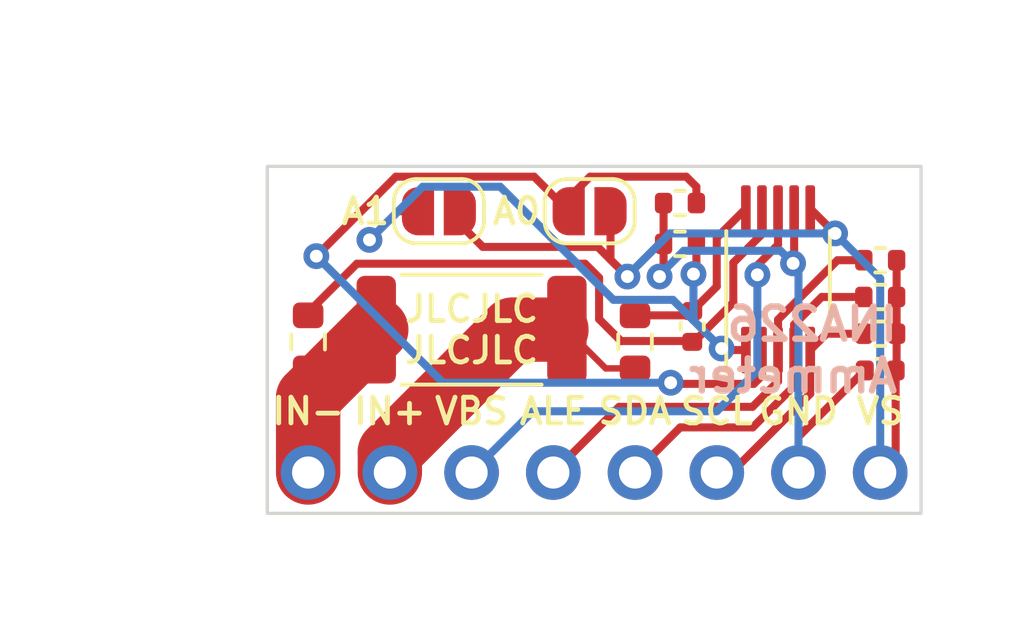
<source format=kicad_pcb>
(kicad_pcb (version 20221018) (generator pcbnew)
  (title_block (title "Ammeter"))
  (layers (0 "F.Cu" signal) (31 "B.Cu" signal) (34 "B.Paste" user) (35 "F.Paste" user) (36 "B.SilkS" user "B.Silkscreen") (37 "F.SilkS" user "F.Silkscreen") (38 "B.Mask" user) (39 "F.Mask" user) (44 "Edge.Cuts" user))
  (net 0 "")
  (net 1 "GND")
  (net 2 "Net-(U1-Vin+)")
  (net 3 "Net-(U1-Vin-)")
  (net 4 "Net-(JP1-A)")
  (net 5 "Net-(JP2-A)")
  (net 6 "SDA")
  (net 7 "SCL")
  (net 8 "ALERT")
  (net 9 "VBUS")
  (net 10 "VS")
  (net 11 "VIN+")
  (net 12 "VIN-")
  (footprint "Jumper:SolderJumper-2_P1.3mm_Open_RoundedPad1.0x1.5mm" (layer "F.Cu") (at 151.384 92.202)
    (fp_text reference "JP1" hide)
    (fp_text value "Jumper_2_Open")
    (fp_line (start -1.4 0.3) (end -1.4 -0.3) (stroke (width 0.12)) (layer "F.SilkS"))
    (fp_line (start -0.7 -1) (end 0.7 -1) (stroke (width 0.12)) (layer "F.SilkS"))
    (fp_line (start 0.7 1) (end -0.7 1) (stroke (width 0.12)) (layer "F.SilkS"))
    (fp_line (start 1.4 -0.3) (end 1.4 0.3) (stroke (width 0.12)) (layer "F.SilkS"))
    (fp_arc (start -1.4 -0.3) (mid -1.194975 -0.794975) (end -0.7 -1) (stroke (width 0.12)) (layer "F.SilkS"))
    (fp_arc (start -0.7 1) (mid -1.194975 0.794975) (end -1.4 0.3) (stroke (width 0.12)) (layer "F.SilkS"))
    (fp_arc (start 0.7 -1) (mid 1.194975 -0.794975) (end 1.4 -0.3) (stroke (width 0.12)) (layer "F.SilkS"))
    (fp_arc (start 1.4 0.3) (mid 1.194975 0.794975) (end 0.7 1) (stroke (width 0.12)) (layer "F.SilkS"))
    (pad "1" smd custom (at -0.65 0) (size 1 0.5) (layers "F.Cu" "F.Mask") (net 4 "Net-(JP1-A)") (options (clearance outline) (anchor rect)) (primitives (gr_circle (center 0 0.25) (end 0.5 0.25) (width 0) (fill yes)) (gr_circle (center 0 -0.25) (end 0.5 -0.25) (width 0) (fill yes)) (gr_poly (pts (xy 0.5 0.75) (xy 0 0.75) (xy 0 -0.75) (xy 0.5 -0.75)) (width 0) (fill yes))))
    (pad "2" smd custom (at 0.65 0) (size 1 0.5) (layers "F.Cu" "F.Mask") (net 10 "VS") (options (clearance outline) (anchor rect)) (primitives (gr_circle (center 0 0.25) (end 0.5 0.25) (width 0) (fill yes)) (gr_circle (center 0 -0.25) (end 0.5 -0.25) (width 0) (fill yes)) (gr_poly (pts (xy 0 0.75) (xy -0.5 0.75) (xy -0.5 -0.75) (xy 0 -0.75)) (width 0) (fill yes))))
  )
  (footprint "Capacitor_SMD:C_0402_1005Metric" (layer "F.Cu") (at 165.1 97.155 180)
    (fp_text reference "C1" hide)
    (fp_text value "0.1u")
    (fp_line (start -0.107836 -0.36) (end 0.107836 -0.36) (stroke (width 0.12)) (layer "F.SilkS"))
    (fp_line (start -0.107836 0.36) (end 0.107836 0.36) (stroke (width 0.12)) (layer "F.SilkS"))
    (pad "1" smd roundrect (at -0.48 0 180) (size 0.56 0.62) (layers "F.Cu" "F.Paste" "F.Mask") (net 10 "VS"))
    (pad "2" smd roundrect (at 0.48 0 180) (size 0.56 0.62) (layers "F.Cu" "F.Paste" "F.Mask") (net 1 "GND"))
  )
  (footprint "Tooling_Hole:Tooling_Hole" (layer "F.Cu") (at 165.1 92.075)
    (fp_text reference "H2" hide)
    (fp_text value "ToolingHole")
    (pad "" np_thru_hole circle (at 0 0) (size 1.152 1.152) (drill 1.152) (layers "F&B.Cu" "*.Mask"))
  )
  (footprint "Resistor_SMD:R_0402_1005Metric" (layer "F.Cu") (at 165.1 93.726 180)
    (fp_text reference "R8" hide)
    (fp_text value "10k")
    (fp_line (start -0.153641 -0.38) (end 0.153641 -0.38) (stroke (width 0.12)) (layer "F.SilkS"))
    (fp_line (start -0.153641 0.38) (end 0.153641 0.38) (stroke (width 0.12)) (layer "F.SilkS"))
    (pad "1" smd roundrect (at -0.51 0 180) (size 0.54 0.64) (layers "F.Cu" "F.Paste" "F.Mask") (net 10 "VS"))
    (pad "2" smd roundrect (at 0.51 0 180) (size 0.54 0.64) (layers "F.Cu" "F.Paste" "F.Mask") (net 8 "ALERT"))
  )
  (footprint "Tooling_Hole:Tooling_Hole" (layer "F.Cu") (at 147.32 92.075)
    (fp_text reference "H1" hide)
    (fp_text value "ToolingHole")
    (pad "" np_thru_hole circle (at 0 0) (size 1.152 1.152) (drill 1.152) (layers "F&B.Cu" "*.Mask"))
  )
  (footprint "Resistor_SMD:R_0402_1005Metric" (layer "F.Cu") (at 165.1 94.869 180)
    (fp_text reference "R6" hide)
    (fp_text value "10k")
    (fp_line (start -0.153641 -0.38) (end 0.153641 -0.38) (stroke (width 0.12)) (layer "F.SilkS"))
    (fp_line (start -0.153641 0.38) (end 0.153641 0.38) (stroke (width 0.12)) (layer "F.SilkS"))
    (pad "1" smd roundrect (at -0.51 0 180) (size 0.54 0.64) (layers "F.Cu" "F.Paste" "F.Mask") (net 10 "VS"))
    (pad "2" smd roundrect (at 0.51 0 180) (size 0.54 0.64) (layers "F.Cu" "F.Paste" "F.Mask") (net 6 "SDA"))
  )
  (footprint "Capacitor_SMD:C_0402_1005Metric" (layer "F.Cu") (at 159.258 95.786 -90)
    (fp_text reference "C2" hide)
    (fp_text value "0.1u")
    (fp_line (start -0.107836 -0.36) (end 0.107836 -0.36) (stroke (width 0.12)) (layer "F.SilkS"))
    (fp_line (start -0.107836 0.36) (end 0.107836 0.36) (stroke (width 0.12)) (layer "F.SilkS"))
    (pad "1" smd roundrect (at -0.48 0 270) (size 0.56 0.62) (layers "F.Cu" "F.Paste" "F.Mask") (net 2 "Net-(U1-Vin+)"))
    (pad "2" smd roundrect (at 0.48 0 270) (size 0.56 0.62) (layers "F.Cu" "F.Paste" "F.Mask") (net 3 "Net-(U1-Vin-)"))
  )
  (footprint "Resistor_SMD:R_0402_1005Metric" (layer "F.Cu") (at 158.877 91.948 180)
    (fp_text reference "R5" hide)
    (fp_text value "10k")
    (fp_line (start -0.153641 -0.38) (end 0.153641 -0.38) (stroke (width 0.12)) (layer "F.SilkS"))
    (fp_line (start -0.153641 0.38) (end 0.153641 0.38) (stroke (width 0.12)) (layer "F.SilkS"))
    (pad "1" smd roundrect (at -0.51 0 180) (size 0.54 0.64) (layers "F.Cu" "F.Paste" "F.Mask") (net 5 "Net-(JP2-A)"))
    (pad "2" smd roundrect (at 0.51 0 180) (size 0.54 0.64) (layers "F.Cu" "F.Paste" "F.Mask") (net 1 "GND"))
  )
  (footprint "Jumper:SolderJumper-2_P1.3mm_Open_RoundedPad1.0x1.5mm" (layer "F.Cu") (at 156.068 92.202)
    (fp_text reference "JP2" hide)
    (fp_text value "Jumper_2_Open")
    (fp_line (start -1.4 0.3) (end -1.4 -0.3) (stroke (width 0.12)) (layer "F.SilkS"))
    (fp_line (start -0.7 -1) (end 0.7 -1) (stroke (width 0.12)) (layer "F.SilkS"))
    (fp_line (start 0.7 1) (end -0.7 1) (stroke (width 0.12)) (layer "F.SilkS"))
    (fp_line (start 1.4 -0.3) (end 1.4 0.3) (stroke (width 0.12)) (layer "F.SilkS"))
    (fp_arc (start -1.4 -0.3) (mid -1.194975 -0.794975) (end -0.7 -1) (stroke (width 0.12)) (layer "F.SilkS"))
    (fp_arc (start -0.7 1) (mid -1.194975 0.794975) (end -1.4 0.3) (stroke (width 0.12)) (layer "F.SilkS"))
    (fp_arc (start 0.7 -1) (mid 1.194975 -0.794975) (end 1.4 -0.3) (stroke (width 0.12)) (layer "F.SilkS"))
    (fp_arc (start 1.4 0.3) (mid 1.194975 0.794975) (end 0.7 1) (stroke (width 0.12)) (layer "F.SilkS"))
    (pad "1" smd custom (at -0.65 0) (size 1 0.5) (layers "F.Cu" "F.Mask") (net 5 "Net-(JP2-A)") (options (clearance outline) (anchor rect)) (primitives (gr_circle (center 0 0.25) (end 0.5 0.25) (width 0) (fill yes)) (gr_circle (center 0 -0.25) (end 0.5 -0.25) (width 0) (fill yes)) (gr_poly (pts (xy 0.5 0.75) (xy 0 0.75) (xy 0 -0.75) (xy 0.5 -0.75)) (width 0) (fill yes))))
    (pad "2" smd custom (at 0.65 0) (size 1 0.5) (layers "F.Cu" "F.Mask") (net 10 "VS") (options (clearance outline) (anchor rect)) (primitives (gr_circle (center 0 0.25) (end 0.5 0.25) (width 0) (fill yes)) (gr_circle (center 0 -0.25) (end 0.5 -0.25) (width 0) (fill yes)) (gr_poly (pts (xy 0 0.75) (xy -0.5 0.75) (xy -0.5 -0.75) (xy 0 -0.75)) (width 0) (fill yes))))
  )
  (footprint "Resistor_SMD:R_0402_1005Metric" (layer "F.Cu") (at 158.877 93.218 180)
    (fp_text reference "R4" hide)
    (fp_text value "10k")
    (fp_line (start -0.153641 -0.38) (end 0.153641 -0.38) (stroke (width 0.12)) (layer "F.SilkS"))
    (fp_line (start -0.153641 0.38) (end 0.153641 0.38) (stroke (width 0.12)) (layer "F.SilkS"))
    (pad "1" smd roundrect (at -0.51 0 180) (size 0.54 0.64) (layers "F.Cu" "F.Paste" "F.Mask") (net 4 "Net-(JP1-A)"))
    (pad "2" smd roundrect (at 0.51 0 180) (size 0.54 0.64) (layers "F.Cu" "F.Paste" "F.Mask") (net 1 "GND"))
  )
  (footprint "Package_SO:VSSOP-10_3x3mm_P0.5mm" (layer "F.Cu") (at 161.925 94.32 90)
    (fp_text reference "U1" hide)
    (fp_text value "INA226")
    (fp_line (start 0 -1.61) (end -2.925 -1.61) (stroke (width 0.12)) (layer "F.SilkS"))
    (fp_line (start 0 -1.61) (end 1.5 -1.61) (stroke (width 0.12)) (layer "F.SilkS"))
    (fp_line (start 0 1.61) (end -1.5 1.61) (stroke (width 0.12)) (layer "F.SilkS"))
    (fp_line (start 0 1.61) (end 1.5 1.61) (stroke (width 0.12)) (layer "F.SilkS"))
    (pad "1" smd roundrect (at -2.2 -1 90) (size 1.45 0.3) (layers "F.Cu" "F.Paste" "F.Mask") (net 4 "Net-(JP1-A)"))
    (pad "2" smd roundrect (at -2.2 -0.5 90) (size 1.45 0.3) (layers "F.Cu" "F.Paste" "F.Mask") (net 5 "Net-(JP2-A)"))
    (pad "3" smd roundrect (at -2.2 0 90) (size 1.45 0.3) (layers "F.Cu" "F.Paste" "F.Mask") (net 8 "ALERT"))
    (pad "4" smd roundrect (at -2.2 0.5 90) (size 1.45 0.3) (layers "F.Cu" "F.Paste" "F.Mask") (net 6 "SDA"))
    (pad "5" smd roundrect (at -2.2 1 90) (size 1.45 0.3) (layers "F.Cu" "F.Paste" "F.Mask") (net 7 "SCL"))
    (pad "6" smd roundrect (at 2.2 1 90) (size 1.45 0.3) (layers "F.Cu" "F.Paste" "F.Mask") (net 10 "VS"))
    (pad "7" smd roundrect (at 2.2 0.5 90) (size 1.45 0.3) (layers "F.Cu" "F.Paste" "F.Mask") (net 1 "GND"))
    (pad "8" smd roundrect (at 2.2 0 90) (size 1.45 0.3) (layers "F.Cu" "F.Paste" "F.Mask") (net 9 "VBUS"))
    (pad "9" smd roundrect (at 2.2 -0.5 90) (size 1.45 0.3) (layers "F.Cu" "F.Paste" "F.Mask") (net 3 "Net-(U1-Vin-)"))
    (pad "10" smd roundrect (at 2.2 -1 90) (size 1.45 0.3) (layers "F.Cu" "F.Paste" "F.Mask") (net 2 "Net-(U1-Vin+)"))
  )
  (footprint "Resistor_SMD:R_0603_1608Metric" (layer "F.Cu") (at 157.48 96.266 90)
    (fp_text reference "R2" hide)
    (fp_text value "4.7")
    (fp_line (start -0.237258 -0.5225) (end 0.237258 -0.5225) (stroke (width 0.12)) (layer "F.SilkS"))
    (fp_line (start -0.237258 0.5225) (end 0.237258 0.5225) (stroke (width 0.12)) (layer "F.SilkS"))
    (pad "1" smd roundrect (at -0.825 0 90) (size 0.8 0.95) (layers "F.Cu" "F.Paste" "F.Mask") (net 11 "VIN+"))
    (pad "2" smd roundrect (at 0.825 0 90) (size 0.8 0.95) (layers "F.Cu" "F.Paste" "F.Mask") (net 2 "Net-(U1-Vin+)"))
  )
  (footprint "Resistor_SMD:R_0603_1608Metric" (layer "F.Cu") (at 147.32 96.266 90)
    (fp_text reference "R3" hide)
    (fp_text value "4.7")
    (fp_line (start -0.237258 -0.5225) (end 0.237258 -0.5225) (stroke (width 0.12)) (layer "F.SilkS"))
    (fp_line (start -0.237258 0.5225) (end 0.237258 0.5225) (stroke (width 0.12)) (layer "F.SilkS"))
    (pad "1" smd roundrect (at -0.825 0 90) (size 0.8 0.95) (layers "F.Cu" "F.Paste" "F.Mask") (net 12 "VIN-"))
    (pad "2" smd roundrect (at 0.825 0 90) (size 0.8 0.95) (layers "F.Cu" "F.Paste" "F.Mask") (net 3 "Net-(U1-Vin-)"))
  )
  (footprint "Resistor_SMD:R_2512_6332Metric" (layer "F.Cu") (at 152.4 95.885 180)
    (fp_text reference "R1" hide)
    (fp_text value "100m")
    (fp_line (start -2.177064 -1.71) (end 2.177064 -1.71) (stroke (width 0.12)) (layer "F.SilkS"))
    (fp_line (start -2.177064 1.71) (end 2.177064 1.71) (stroke (width 0.12)) (layer "F.SilkS"))
    (pad "1" smd roundrect (at -2.9625 0 180) (size 1.225 3.35) (layers "F.Cu" "F.Paste" "F.Mask") (roundrect_rratio 0.2040816327) (net 11 "VIN+"))
    (pad "2" smd roundrect (at 2.9625 0 180) (size 1.225 3.35) (layers "F.Cu" "F.Paste" "F.Mask") (roundrect_rratio 0.2040816327) (net 12 "VIN-"))
  )
  (footprint "Resistor_SMD:R_0402_1005Metric" (layer "F.Cu") (at 165.1 96.012 180)
    (fp_text reference "R7" hide)
    (fp_text value "10k")
    (fp_line (start -0.153641 -0.38) (end 0.153641 -0.38) (stroke (width 0.12)) (layer "F.SilkS"))
    (fp_line (start -0.153641 0.38) (end 0.153641 0.38) (stroke (width 0.12)) (layer "F.SilkS"))
    (pad "1" smd roundrect (at -0.51 0 180) (size 0.54 0.64) (layers "F.Cu" "F.Paste" "F.Mask") (net 10 "VS"))
    (pad "2" smd roundrect (at 0.51 0 180) (size 0.54 0.64) (layers "F.Cu" "F.Paste" "F.Mask") (net 7 "SCL"))
  )
  (footprint "Connector_PinHeader_2.54mm:PinHeader_1x08_P2.54mm_Vertical" (layer "B.Cu") (at 165.1 100.33 90)
    (fp_text reference "J1" hide)
    (fp_text value "Conn_01x08")
    (pad "1" thru_hole oval (at 0 0 90) (size 1.7 1.7) (drill 1) (layers "*.Cu" "*.Mask") (net 10 "VS"))
    (pad "2" thru_hole oval (at 0 -2.54 90) (size 1.7 1.7) (drill 1) (layers "*.Cu" "*.Mask") (net 1 "GND"))
    (pad "3" thru_hole oval (at 0 -5.08 90) (size 1.7 1.7) (drill 1) (layers "*.Cu" "*.Mask") (net 7 "SCL"))
    (pad "4" thru_hole oval (at 0 -7.62 90) (size 1.7 1.7) (drill 1) (layers "*.Cu" "*.Mask") (net 6 "SDA"))
    (pad "5" thru_hole oval (at 0 -10.16 90) (size 1.7 1.7) (drill 1) (layers "*.Cu" "*.Mask") (net 8 "ALERT"))
    (pad "6" thru_hole oval (at 0 -12.7 90) (size 1.7 1.7) (drill 1) (layers "*.Cu" "*.Mask") (net 9 "VBUS"))
    (pad "7" thru_hole oval (at 0 -15.24 90) (size 1.7 1.7) (drill 1) (layers "*.Cu" "*.Mask") (net 11 "VIN+"))
    (pad "8" thru_hole oval (at 0 -17.78 90) (size 1.7 1.7) (drill 1) (layers "*.Cu" "*.Mask") (net 12 "VIN-"))
  )
  (gr_rect (start 146.05 90.805) (end 166.37 101.6) (stroke (width 0.1)) (fill none) (layer "Edge.Cuts"))
  (gr_text "INA226\nAmmeter" (at 165.735 96.52) (layer "B.SilkS") (effects (font (size 1 1) (thickness 0.2) bold) (justify left mirror)))
  (gr_text "ALE" (at 154.94 98.425) (layer "F.SilkS") (effects (font (size 0.8 0.8) (thickness 0.15) bold)))
  (gr_text "GND" (at 162.56 98.425) (layer "F.SilkS") (effects (font (size 0.8 0.8) (thickness 0.15) bold)))
  (gr_text "A1" (at 149.098 92.202) (layer "F.SilkS") (effects (font (size 0.8 0.8) (thickness 0.15) bold)))
  (gr_text "JLCJLC\nJLCJLC" (at 152.4 95.885) (layer "F.SilkS") (effects (font (size 0.8 0.8) (thickness 0.15) bold)))
  (gr_text "IN+" (at 149.86 98.425) (layer "F.SilkS") (effects (font (size 0.8 0.8) (thickness 0.15) bold)))
  (gr_text "VS" (at 165.1 98.425) (layer "F.SilkS") (effects (font (size 0.8 0.8) (thickness 0.15) bold)))
  (gr_text "VBS" (at 152.4 98.425) (layer "F.SilkS") (effects (font (size 0.8 0.8) (thickness 0.15) bold)))
  (gr_text "SCL" (at 160.02 98.425) (layer "F.SilkS") (effects (font (size 0.8 0.8) (thickness 0.15) bold)))
  (gr_text "IN-" (at 147.32 98.425) (layer "F.SilkS") (effects (font (size 0.8 0.8) (thickness 0.15) bold)))
  (gr_text "SDA" (at 157.48 98.425) (layer "F.SilkS") (effects (font (size 0.8 0.8) (thickness 0.15) bold)))
  (gr_text "A0" (at 153.797 92.202) (layer "F.SilkS") (effects (font (size 0.8 0.8) (thickness 0.15) bold)))
  (segment (start 158.367 91.948) (end 158.367 93.218) (width 0.25) (layer "F.Cu") (net 1))
  (segment (start 162.56 99.215) (end 164.62 97.155) (width 0.25) (layer "F.Cu") (net 1))
  (segment (start 158.367 93.218) (end 158.367 94.109) (width 0.25) (layer "F.Cu") (net 1))
  (segment (start 162.425 93.7897) (end 162.3919 93.8228) (width 0.25) (layer "F.Cu") (net 1))
  (segment (start 162.56 100.33) (end 162.56 99.215) (width 0.25) (layer "F.Cu") (net 1))
  (segment (start 158.367 94.109) (end 158.242 94.234) (width 0.25) (layer "F.Cu") (net 1))
  (segment (start 162.425 92.12) (end 162.425 93.7897) (width 0.25) (layer "F.Cu") (net 1))
  (via (at 162.3919 93.8228) (size 0.8) (drill 0.4) (layers "F.Cu" "B.Cu") (net 1))
  (via (at 158.242 94.234) (size 0.8) (drill 0.4) (layers "F.Cu" "B.Cu") (net 1))
  (segment (start 158.242 94.234) (end 158.242 94.184846) (width 0.25) (layer "B.Cu") (net 1))
  (segment (start 158.994846 93.432) (end 162.0011 93.432) (width 0.25) (layer "B.Cu") (net 1))
  (segment (start 158.242 94.184846) (end 158.994846 93.432) (width 0.25) (layer "B.Cu") (net 1))
  (segment (start 162.56 100.33) (end 162.56 93.9909) (width 0.25) (layer "B.Cu") (net 1))
  (segment (start 162.0011 93.432) (end 162.3919 93.8228) (width 0.25) (layer "B.Cu") (net 1))
  (segment (start 162.56 93.9909) (end 162.3919 93.8228) (width 0.25) (layer "B.Cu") (net 1))
  (segment (start 160.02 94.544) (end 159.258 95.306) (width 0.25) (layer "F.Cu") (net 2))
  (segment (start 160.925 92.12) (end 160.02 93.025) (width 0.25) (layer "F.Cu") (net 2))
  (segment (start 159.123 95.441) (end 159.258 95.306) (width 0.25) (layer "F.Cu") (net 2))
  (segment (start 157.48 95.441) (end 159.123 95.441) (width 0.25) (layer "F.Cu") (net 2))
  (segment (start 160.02 93.025) (end 160.02 94.544) (width 0.25) (layer "F.Cu") (net 2))
  (segment (start 155.9279 93.8338) (end 156.3625 94.2684) (width 0.25) (layer "F.Cu") (net 3))
  (segment (start 147.32 95.441) (end 147.32 95.3496) (width 0.25) (layer "F.Cu") (net 3))
  (segment (start 156.3625 94.2684) (end 156.3625 95.5585) (width 0.25) (layer "F.Cu") (net 3))
  (segment (start 161.425 92.9137) (end 160.5344 93.8043) (width 0.25) (layer "F.Cu") (net 3))
  (segment (start 161.425 92.12) (end 161.425 92.9137) (width 0.25) (layer "F.Cu") (net 3))
  (segment (start 157.044 96.24) (end 159.232 96.24) (width 0.25) (layer "F.Cu") (net 3))
  (segment (start 160.5344 93.8043) (end 160.5344 95.0415) (width 0.25) (layer "F.Cu") (net 3))
  (segment (start 160.5344 95.0415) (end 159.3099 96.266) (width 0.25) (layer "F.Cu") (net 3))
  (segment (start 156.3625 95.5585) (end 157.044 96.24) (width 0.25) (layer "F.Cu") (net 3))
  (segment (start 159.3099 96.266) (end 159.258 96.266) (width 0.25) (layer "F.Cu") (net 3))
  (segment (start 147.32 95.3496) (end 148.8358 93.8338) (width 0.25) (layer "F.Cu") (net 3))
  (segment (start 148.8358 93.8338) (end 155.9279 93.8338) (width 0.25) (layer "F.Cu") (net 3))
  (segment (start 159.232 96.24) (end 159.258 96.266) (width 0.25) (layer "F.Cu") (net 3))
  (segment (start 159.387 94.065151) (end 159.2955 94.156651) (width 0.25) (layer "F.Cu") (net 4))
  (segment (start 149.226137 93.092918) (end 150.117055 92.202) (width 0.25) (layer "F.Cu") (net 4))
  (segment (start 160.925 96.52) (end 160.2182 96.52) (width 0.25) (layer "F.Cu") (net 4))
  (segment (start 159.387 93.218) (end 159.387 94.065151) (width 0.25) (layer "F.Cu") (net 4))
  (segment (start 160.2182 96.52) (end 160.1714 96.4732) (width 0.25) (layer "F.Cu") (net 4))
  (segment (start 150.117055 92.202) (end 150.734 92.202) (width 0.25) (layer "F.Cu") (net 4))
  (via (at 159.2955 94.156651) (size 0.8) (drill 0.4) (layers "F.Cu" "B.Cu") (net 4))
  (via (at 160.1714 96.4732) (size 0.8) (drill 0.4) (layers "F.Cu" "B.Cu") (net 4))
  (via (at 149.226137 93.092918) (size 0.8) (drill 0.4) (layers "F.Cu" "B.Cu") (net 4))
  (segment (start 150.879055 91.44) (end 153.289 91.44) (width 0.25) (layer "B.Cu") (net 4))
  (segment (start 159.2955 95.5973) (end 160.1714 96.4732) (width 0.25) (layer "B.Cu") (net 4))
  (segment (start 153.289 91.44) (end 156.808 94.959) (width 0.25) (layer "B.Cu") (net 4))
  (segment (start 149.226137 93.092918) (end 150.879055 91.44) (width 0.25) (layer "B.Cu") (net 4))
  (segment (start 156.808 94.959) (end 158.6572 94.959) (width 0.25) (layer "B.Cu") (net 4))
  (segment (start 158.6572 94.959) (end 159.2955 95.5973) (width 0.25) (layer "B.Cu") (net 4))
  (segment (start 159.2955 94.156651) (end 159.2955 95.5973) (width 0.25) (layer "B.Cu") (net 4))
  (segment (start 159.387 91.442) (end 159.072 91.127) (width 0.25) (layer "F.Cu") (net 5))
  (segment (start 155.418 91.79238) (end 155.418 92.202) (width 0.25) (layer "F.Cu") (net 5))
  (segment (start 156.08338 91.127) (end 155.418 91.79238) (width 0.25) (layer "F.Cu") (net 5))
  (segment (start 159.387 91.948) (end 159.387 91.442) (width 0.25) (layer "F.Cu") (net 5))
  (segment (start 161.1739 97.5722) (end 158.6224 97.5722) (width 0.25) (layer "F.Cu") (net 5))
  (segment (start 161.425 96.52) (end 161.425 97.3211) (width 0.25) (layer "F.Cu") (net 5))
  (segment (start 154.343 91.127) (end 155.418 92.202) (width 0.25) (layer "F.Cu") (net 5))
  (segment (start 158.6224 97.5722) (end 158.5872 97.537) (width 0.25) (layer "F.Cu") (net 5))
  (segment (start 159.072 91.127) (end 156.08338 91.127) (width 0.25) (layer "F.Cu") (net 5))
  (segment (start 150.046 91.127) (end 154.343 91.127) (width 0.25) (layer "F.Cu") (net 5))
  (segment (start 161.425 97.3211) (end 161.1739 97.5722) (width 0.25) (layer "F.Cu") (net 5))
  (segment (start 147.574 93.599) (end 150.046 91.127) (width 0.25) (layer "F.Cu") (net 5))
  (via (at 158.5872 97.537) (size 0.8) (drill 0.4) (layers "F.Cu" "B.Cu") (net 5))
  (via (at 147.574 93.599) (size 0.8) (drill 0.4) (layers "F.Cu" "B.Cu") (net 5))
  (segment (start 147.574 93.599) (end 151.512 97.537) (width 0.25) (layer "B.Cu") (net 5))
  (segment (start 151.512 97.537) (end 158.5872 97.537) (width 0.25) (layer "B.Cu") (net 5))
  (segment (start 161.1377 98.9263) (end 158.8837 98.9263) (width 0.25) (layer "F.Cu") (net 6))
  (segment (start 162.425 95.7263) (end 163.2823 94.869) (width 0.25) (layer "F.Cu") (net 6))
  (segment (start 158.8837 98.9263) (end 157.48 100.33) (width 0.25) (layer "F.Cu") (net 6))
  (segment (start 162.425 96.52) (end 162.425 95.7263) (width 0.25) (layer "F.Cu") (net 6))
  (segment (start 162.425 96.52) (end 162.425 97.639) (width 0.25) (layer "F.Cu") (net 6))
  (segment (start 163.2823 94.869) (end 164.59 94.869) (width 0.25) (layer "F.Cu") (net 6))
  (segment (start 162.425 97.639) (end 161.1377 98.9263) (width 0.25) (layer "F.Cu") (net 6))
  (segment (start 162.925 97.881) (end 162.925 96.52) (width 0.25) (layer "F.Cu") (net 7))
  (segment (start 160.02 100.33) (end 160.476 100.33) (width 0.25) (layer "F.Cu") (net 7))
  (segment (start 163.433 96.012) (end 164.59 96.012) (width 0.25) (layer "F.Cu") (net 7))
  (segment (start 162.925 96.52) (end 163.433 96.012) (width 0.25) (layer "F.Cu") (net 7))
  (segment (start 160.476 100.33) (end 162.925 97.881) (width 0.25) (layer "F.Cu") (net 7))
  (segment (start 161.925 97.4934) (end 161.1313 98.2871) (width 0.25) (layer "F.Cu") (net 8))
  (segment (start 161.925 95.5723) (end 163.7713 93.726) (width 0.25) (layer "F.Cu") (net 8))
  (segment (start 161.925 96.52) (end 161.925 95.5723) (width 0.25) (layer "F.Cu") (net 8))
  (segment (start 161.1313 98.2871) (end 156.9829 98.2871) (width 0.25) (layer "F.Cu") (net 8))
  (segment (start 156.9829 98.2871) (end 154.94 100.33) (width 0.25) (layer "F.Cu") (net 8))
  (segment (start 161.925 96.52) (end 161.925 97.4934) (width 0.25) (layer "F.Cu") (net 8))
  (segment (start 163.7713 93.726) (end 164.59 93.726) (width 0.25) (layer "F.Cu") (net 8))
  (segment (start 161.282 94.1798) (end 161.282 93.8862) (width 0.25) (layer "F.Cu") (net 9))
  (segment (start 161.282 93.8862) (end 161.925 93.2432) (width 0.25) (layer "F.Cu") (net 9))
  (segment (start 161.925 93.2432) (end 161.925 92.12) (width 0.25) (layer "F.Cu") (net 9))
  (via (at 161.282 94.1798) (size 0.8) (drill 0.4) (layers "F.Cu" "B.Cu") (net 9))
  (segment (start 152.4 100.33) (end 154.305 98.425) (width 0.25) (layer "B.Cu") (net 9))
  (segment (start 161.282 97.163) (end 161.282 94.1798) (width 0.25) (layer "B.Cu") (net 9))
  (segment (start 160.02 98.425) (end 161.282 97.163) (width 0.25) (layer "B.Cu") (net 9))
  (segment (start 154.305 98.425) (end 160.02 98.425) (width 0.25) (layer "B.Cu") (net 9))
  (segment (start 156.320796 93.312299) (end 156.718 93.709503) (width 0.25) (layer "F.Cu") (net 10))
  (segment (start 165.61 97.125) (end 165.61 96.012) (width 0.25) (layer "F.Cu") (net 10))
  (segment (start 165.1 100.33) (end 165.58 99.85) (width 0.25) (layer "F.Cu") (net 10))
  (segment (start 152.034 92.202) (end 152.034 92.598) (width 0.25) (layer "F.Cu") (net 10))
  (segment (start 163.6974 92.8924) (end 162.925 92.12) (width 0.25) (layer "F.Cu") (net 10))
  (segment (start 165.58 99.85) (end 165.58 97.155) (width 0.25) (layer "F.Cu") (net 10))
  (segment (start 156.718 93.709503) (end 157.242497 94.234) (width 0.25) (layer "F.Cu") (net 10))
  (segment (start 165.61 96.012) (end 165.61 94.869) (width 0.25) (layer "F.Cu") (net 10))
  (segment (start 165.58 97.155) (end 165.61 97.125) (width 0.25) (layer "F.Cu") (net 10))
  (segment (start 152.748299 93.312299) (end 156.320796 93.312299) (width 0.25) (layer "F.Cu") (net 10))
  (segment (start 165.61 94.869) (end 165.61 93.726) (width 0.25) (layer "F.Cu") (net 10))
  (segment (start 156.718 92.202) (end 156.718 93.709503) (width 0.25) (layer "F.Cu") (net 10))
  (segment (start 152.034 92.598) (end 152.748299 93.312299) (width 0.25) (layer "F.Cu") (net 10))
  (via (at 157.242497 94.234) (size 0.8) (drill 0.4) (layers "F.Cu" "B.Cu") (net 10))
  (via (at 163.6974 92.8924) (size 0.8) (drill 0.4) (layers "F.Cu" "B.Cu") (net 10))
  (segment (start 165.1 94.295) (end 163.6974 92.8924) (width 0.25) (layer "B.Cu") (net 10))
  (segment (start 157.242497 94.208198) (end 158.558295 92.8924) (width 0.25) (layer "B.Cu") (net 10))
  (segment (start 158.558295 92.8924) (end 163.6974 92.8924) (width 0.25) (layer "B.Cu") (net 10))
  (segment (start 157.242497 94.234) (end 157.242497 94.208198) (width 0.25) (layer "B.Cu") (net 10))
  (segment (start 165.1 100.33) (end 165.1 94.295) (width 0.25) (layer "B.Cu") (net 10))
  (segment (start 149.86 99.695) (end 153.67 95.885) (width 2) (layer "F.Cu") (net 11))
  (segment (start 155.3625 95.885) (end 156.5685 97.091) (width 0.2) (layer "F.Cu") (net 11))
  (segment (start 149.86 100.33) (end 149.86 99.695) (width 2) (layer "F.Cu") (net 11))
  (segment (start 156.5685 97.091) (end 157.48 97.091) (width 0.2) (layer "F.Cu") (net 11))
  (segment (start 153.67 95.885) (end 155.0375 95.885) (width 2) (layer "F.Cu") (net 11))
  (segment (start 147.32 100.33) (end 147.32 98.0025) (width 2) (layer "F.Cu") (net 12))
  (segment (start 147.32 98.0025) (end 149.4375 95.885) (width 2) (layer "F.Cu") (net 12))
  (segment (start 147.32 97.091) (end 148.2315 97.091) (width 0.2) (layer "F.Cu") (net 12))
  (segment (start 148.2315 97.091) (end 149.4375 95.885) (width 0.2) (layer "F.Cu") (net 12))
)
</source>
